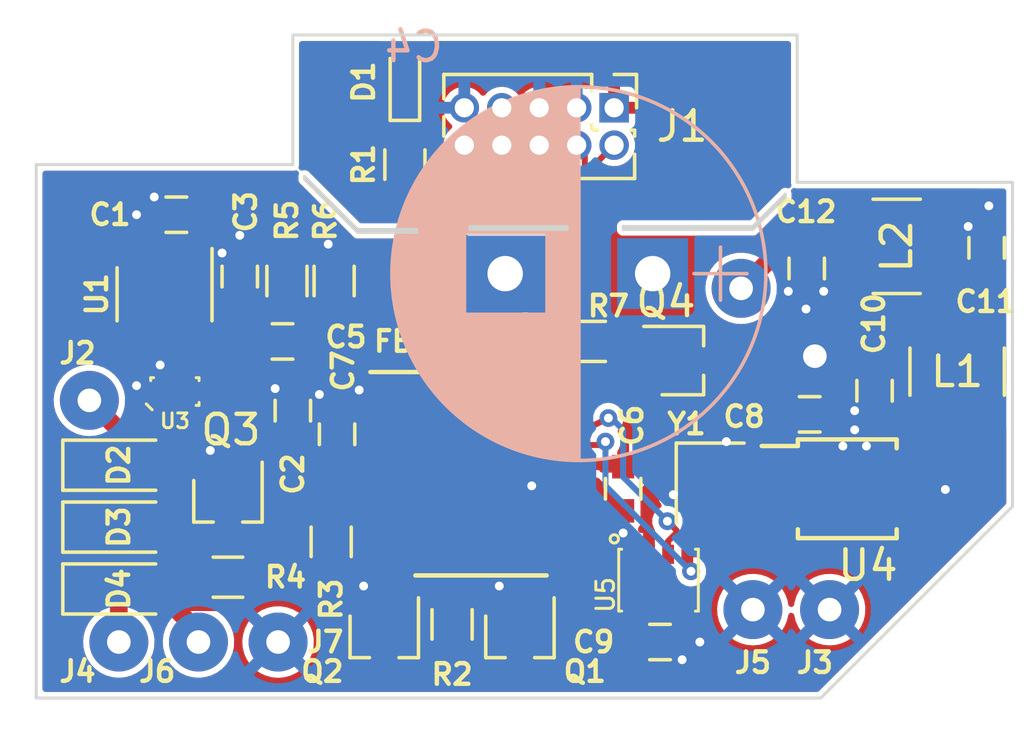
<source format=kicad_pcb>
(kicad_pcb (version 20200628) (host pcbnew "(5.99.0-2195-g476558ece)")
  (layers (0 "F.Cu" signal) (31 "B.Cu" signal) (34 "B.Paste" user) (35 "F.Paste" user) (36 "B.SilkS" user) (37 "F.SilkS" user) (38 "B.Mask" user) (39 "F.Mask" user) (44 "Edge.Cuts" user))
  (net 0 "")
  (net 1 "VDD")
  (net 2 "GND")
  (net 3 "/~RESET")
  (net 4 "Net-(C3-Pad2)")
  (net 5 "Net-(C5-Pad2)")
  (net 6 "Net-(C5-Pad1)")
  (net 7 "Net-(C7-Pad2)")
  (net 8 "Net-(C8-Pad2)")
  (net 9 "Net-(C10-Pad2)")
  (net 10 "Net-(C11-Pad2)")
  (net 11 "Net-(C12-Pad2)")
  (net 12 "Net-(D1-Pad1)")
  (net 13 "Net-(D2-Pad2)")
  (net 14 "Net-(D3-Pad2)")
  (net 15 "Net-(D4-Pad2)")
  (net 16 "/SWDIO")
  (net 17 "/SWDCLK")
  (net 18 "/SWO")
  (net 19 "Net-(J1-Pad7)")
  (net 20 "Net-(J1-Pad8)")
  (net 21 "Net-(Q1-Pad1)")
  (net 22 "Net-(Q1-Pad3)")
  (net 23 "Net-(Q2-Pad1)")
  (net 24 "Net-(Q2-Pad3)")
  (net 25 "Net-(Q3-Pad1)")
  (net 26 "Net-(Q3-Pad3)")
  (net 27 "Net-(Q4-Pad1)")
  (net 28 "Net-(R1-Pad2)")
  (net 29 "Net-(R7-Pad2)")
  (net 30 "Net-(U1-Pad4)")
  (net 31 "Net-(U2-Pad3)")
  (net 32 "Net-(U2-Pad14)")
  (net 33 "Net-(U2-Pad17)")
  (net 34 "Net-(U2-Pad18)")
  (net 35 "Net-(U3-Pad1)")
  (net 36 "Net-(U4-Pad2)")
  (net 37 "Net-(U4-Pad3)")
  (net 38 "Net-(U4-Pad6)")
  (net 39 "Net-(U4-Pad9)")
  (module "Wire_Pads:SolderWirePad_single_0-8mmDrill" (layer "F.Cu") (at 127.3 86.6)
    (fp_text reference "J7" (at 1.6 0) (layer "F.SilkS") (effects (font (size 0.7 0.7))))
    (fp_text value "Wirepad")
    (pad "1" thru_hole circle (at 0 0) (size 1.99898 1.99898) (drill 0.8001) (layers *.Cu *.Mask) (net 2 "GND"))
  )
  (module "Wire_Pads:SolderWirePad_single_0-8mmDrill" (layer "F.Cu") (at 124.6 86.6)
    (fp_text reference "J6" (at -1.4 1) (layer "F.SilkS") (effects (font (size 0.7 0.7))))
    (fp_text value "Wirepad")
    (pad "1" thru_hole circle (at 0 0) (size 1.99898 1.99898) (drill 0.8001) (layers *.Cu *.Mask) (net 15 "Net-(D4-Pad2)"))
  )
  (module "Wire_Pads:SolderWirePad_single_0-8mmDrill" (layer "F.Cu") (at 143.4 85.5)
    (fp_text reference "J5" (at 0 1.8) (layer "F.SilkS") (effects (font (size 0.7 0.7))))
    (fp_text value "Wirepad")
    (pad "1" thru_hole circle (at 0 0) (size 1.99898 1.99898) (drill 0.8001) (layers *.Cu *.Mask) (net 2 "GND"))
  )
  (module "Wire_Pads:SolderWirePad_single_0-8mmDrill" (layer "F.Cu") (at 121.9 86.6)
    (fp_text reference "J4" (at -1.4 1) (layer "F.SilkS") (effects (font (size 0.7 0.7))))
    (fp_text value "Wirepad")
    (pad "1" thru_hole circle (at 0 0) (size 1.99898 1.99898) (drill 0.8001) (layers *.Cu *.Mask) (net 14 "Net-(D3-Pad2)"))
  )
  (module "Wire_Pads:SolderWirePad_single_0-8mmDrill" (layer "F.Cu") (at 146 85.5)
    (fp_text reference "J3" (at -0.5 1.8) (layer "F.SilkS") (effects (font (size 0.7 0.7))))
    (fp_text value "Wirepad")
    (pad "1" thru_hole circle (at 0 0) (size 1.99898 1.99898) (drill 0.8001) (layers *.Cu *.Mask) (net 2 "GND"))
  )
  (module "Wire_Pads:SolderWirePad_single_0-8mmDrill" (layer "F.Cu") (at 120.9 78.4)
    (fp_text reference "J2" (at -0.4 -1.6) (layer "F.SilkS") (effects (font (size 0.7 0.7))))
    (fp_text value "Wirepad")
    (pad "1" thru_hole circle (at 0 0) (size 1.99898 1.99898) (drill 0.8001) (layers *.Cu *.Mask) (net 13 "Net-(D2-Pad2)"))
  )
  (module "Crystals:Crystal_SMD_2016-4pin_2.0x1.6mm" (layer "F.Cu") (at 141.95 81.2 -90)
    (fp_text reference "Y1" (at -2 0.8) (layer "F.SilkS") (effects (font (size 0.7 0.7))))
    (fp_text value "25 MHz")
    (pad "1" smd rect (at -0.7 0.55 270) (size 0.9 0.8) (layers "F.Cu" "F.Paste" "F.Mask") (net 36 "Net-(U4-Pad2)"))
    (pad "2" smd rect (at 0.7 0.55 270) (size 0.9 0.8) (layers "F.Cu" "F.Paste" "F.Mask") (net 2 "GND"))
    (pad "3" smd rect (at 0.7 -0.55 270) (size 0.9 0.8) (layers "F.Cu" "F.Paste" "F.Mask") (net 37 "Net-(U4-Pad3)"))
    (pad "4" smd rect (at -0.7 -0.55 270) (size 0.9 0.8) (layers "F.Cu" "F.Paste" "F.Mask") (net 2 "GND"))
  )
  (module "My footprints:ST_HLGA_8L" (layer "F.Cu") (at 140.2 84.5 180)
    (fp_text reference "U5" (at 1.8 -0.5 90) (layer "F.SilkS") (effects (font (size 0.6 0.6) (thickness 0.1))))
    (fp_text value "LPS225HB" hide)
    (pad "8" smd rect (at 0.975 -0.875 180) (size 0.4 0.65) (layers "F.Cu" "F.Paste" "F.Mask") (net 1 "VDD"))
    (pad "7" smd rect (at 0.325 -0.875 180) (size 0.4 0.65) (layers "F.Cu" "F.Paste" "F.Mask") (net 32 "Net-(U2-Pad14)"))
    (pad "6" smd rect (at -0.325 -0.875 180) (size 0.4 0.65) (layers "F.Cu" "F.Paste" "F.Mask") (net 1 "VDD"))
    (pad "5" smd rect (at -0.975 -0.875 180) (size 0.4 0.65) (layers "F.Cu" "F.Paste" "F.Mask") (net 2 "GND"))
    (pad "4" smd rect (at -0.975 0.875 180) (size 0.4 0.65) (layers "F.Cu" "F.Paste" "F.Mask") (net 33 "Net-(U2-Pad17)"))
    (pad "3" smd rect (at -0.325 0.875 180) (size 0.4 0.65) (layers "F.Cu" "F.Paste" "F.Mask") (net 34 "Net-(U2-Pad18)"))
    (pad "2" smd rect (at 0.325 0.875 180) (size 0.4 0.65) (layers "F.Cu" "F.Paste" "F.Mask") (net 1 "VDD"))
    (pad "1" smd rect (at 0.975 0.875 180) (size 0.4 0.65) (layers "F.Cu" "F.Paste" "F.Mask") (net 2 "GND"))
  )
  (module "Housings_SSOP:MSOP-10_3x3mm_Pitch0.5mm" (layer "F.Cu") (at 146.6 81.4)
    (fp_text reference "U4" (at 0.7 2.6) (layer "F.SilkS"))
    (fp_text value "Si5351A-B-GT")
    (pad "10" smd rect (at 2.2 -1) (size 1.4 0.3) (layers "F.Cu" "F.Paste" "F.Mask") (net 9 "Net-(C10-Pad2)"))
    (pad "9" smd rect (at 2.2 -0.5) (size 1.4 0.3) (layers "F.Cu" "F.Paste" "F.Mask") (net 39 "Net-(U4-Pad9)"))
    (pad "8" smd rect (at 2.2 0) (size 1.4 0.3) (layers "F.Cu" "F.Paste" "F.Mask") (net 2 "GND"))
    (pad "7" smd rect (at 2.2 0.5) (size 1.4 0.3) (layers "F.Cu" "F.Paste" "F.Mask") (net 8 "Net-(C8-Pad2)"))
    (pad "6" smd rect (at 2.2 1) (size 1.4 0.3) (layers "F.Cu" "F.Paste" "F.Mask") (net 38 "Net-(U4-Pad6)"))
    (pad "5" smd rect (at -2.2 1) (size 1.4 0.3) (layers "F.Cu" "F.Paste" "F.Mask") (net 34 "Net-(U2-Pad18)"))
    (pad "4" smd rect (at -2.2 0.5) (size 1.4 0.3) (layers "F.Cu" "F.Paste" "F.Mask") (net 33 "Net-(U2-Pad17)"))
    (pad "3" smd rect (at -2.2 0) (size 1.4 0.3) (layers "F.Cu" "F.Paste" "F.Mask") (net 37 "Net-(U4-Pad3)"))
    (pad "2" smd rect (at -2.2 -0.5) (size 1.4 0.3) (layers "F.Cu" "F.Paste" "F.Mask") (net 36 "Net-(U4-Pad2)"))
    (pad "1" smd rect (at -2.2 -1) (size 1.4 0.3) (layers "F.Cu" "F.Paste" "F.Mask") (net 8 "Net-(C8-Pad2)"))
  )
  (module "My footprints:SiTime_SiT1566" (layer "F.Cu") (at 123.8 78.1)
    (fp_text reference "U3" (at 0 1) (layer "F.SilkS") (effects (font (size 0.5 0.5) (thickness 0.1))))
    (fp_text value "SiT1566" hide)
    (pad "4" smd circle (at -0.5 -0.205) (size 0.25 0.25) (layers "F.Cu" "F.Paste" "F.Mask") (net 2 "GND"))
    (pad "3" smd circle (at 0.5 -0.205) (size 0.25 0.25) (layers "F.Cu" "F.Paste" "F.Mask") (net 4 "Net-(C3-Pad2)"))
    (pad "2" smd circle (at 0.5 0.205) (size 0.25 0.25) (layers "F.Cu" "F.Paste" "F.Mask") (net 6 "Net-(C5-Pad1)"))
    (pad "1" smd circle (at -0.5 0.205) (size 0.25 0.25) (layers "F.Cu" "F.Paste" "F.Mask") (net 35 "Net-(U3-Pad1)"))
  )
  (module "Housings_SSOP:TSSOP-20_4.4x6.5mm_Pitch0.65mm" (layer "F.Cu") (at 134.18 80.89)
    (fp_text reference "U2" (at 1.82 -4.59 90) (layer "F.SilkS"))
    (fp_text value "STM32L031F")
    (pad "1" smd rect (at -2.95 -2.925) (size 1.45 0.45) (layers "F.Cu" "F.Paste" "F.Mask") (net 2 "GND"))
    (pad "2" smd rect (at -2.95 -2.275) (size 1.45 0.45) (layers "F.Cu" "F.Paste" "F.Mask") (net 5 "Net-(C5-Pad2)"))
    (pad "3" smd rect (at -2.95 -1.625) (size 1.45 0.45) (layers "F.Cu" "F.Paste" "F.Mask") (net 31 "Net-(U2-Pad3)"))
    (pad "4" smd rect (at -2.95 -0.975) (size 1.45 0.45) (layers "F.Cu" "F.Paste" "F.Mask") (net 3 "/~RESET"))
    (pad "5" smd rect (at -2.95 -0.325) (size 1.45 0.45) (layers "F.Cu" "F.Paste" "F.Mask") (net 7 "Net-(C7-Pad2)"))
    (pad "6" smd rect (at -2.95 0.325) (size 1.45 0.45) (layers "F.Cu" "F.Paste" "F.Mask") (net 25 "Net-(Q3-Pad1)"))
    (pad "7" smd rect (at -2.95 0.975) (size 1.45 0.45) (layers "F.Cu" "F.Paste" "F.Mask") (net 13 "Net-(D2-Pad2)"))
    (pad "8" smd rect (at -2.95 1.625) (size 1.45 0.45) (layers "F.Cu" "F.Paste" "F.Mask") (net 14 "Net-(D3-Pad2)"))
    (pad "9" smd rect (at -2.95 2.275) (size 1.45 0.45) (layers "F.Cu" "F.Paste" "F.Mask") (net 15 "Net-(D4-Pad2)"))
    (pad "10" smd rect (at -2.95 2.925) (size 1.45 0.45) (layers "F.Cu" "F.Paste" "F.Mask") (net 23 "Net-(Q2-Pad1)"))
    (pad "11" smd rect (at 2.95 2.925) (size 1.45 0.45) (layers "F.Cu" "F.Paste" "F.Mask") (net 21 "Net-(Q1-Pad1)"))
    (pad "12" smd rect (at 2.95 2.275) (size 1.45 0.45) (layers "F.Cu" "F.Paste" "F.Mask") (net 28 "Net-(R1-Pad2)"))
    (pad "13" smd rect (at 2.95 1.625) (size 1.45 0.45) (layers "F.Cu" "F.Paste" "F.Mask") (net 29 "Net-(R7-Pad2)"))
    (pad "14" smd rect (at 2.95 0.975) (size 1.45 0.45) (layers "F.Cu" "F.Paste" "F.Mask") (net 32 "Net-(U2-Pad14)"))
    (pad "15" smd rect (at 2.95 0.325) (size 1.45 0.45) (layers "F.Cu" "F.Paste" "F.Mask") (net 2 "GND"))
    (pad "16" smd rect (at 2.95 -0.325) (size 1.45 0.45) (layers "F.Cu" "F.Paste" "F.Mask") (net 1 "VDD"))
    (pad "17" smd rect (at 2.95 -0.975) (size 1.45 0.45) (layers "F.Cu" "F.Paste" "F.Mask") (net 33 "Net-(U2-Pad17)"))
    (pad "18" smd rect (at 2.95 -1.625) (size 1.45 0.45) (layers "F.Cu" "F.Paste" "F.Mask") (net 34 "Net-(U2-Pad18)"))
    (pad "19" smd rect (at 2.95 -2.275) (size 1.45 0.45) (layers "F.Cu" "F.Paste" "F.Mask") (net 16 "/SWDIO"))
    (pad "20" smd rect (at 2.95 -2.925) (size 1.45 0.45) (layers "F.Cu" "F.Paste" "F.Mask") (net 17 "/SWDCLK"))
  )
  (module "TO_SOT_Packages_SMD:SOT-23-5" (layer "F.Cu") (at 123.45 74.8 -90)
    (fp_text reference "U1" (at 0 2.3 90) (layer "F.SilkS") (effects (font (size 0.7 0.7))))
    (fp_text value "TPS7A03xxPDBV")
    (pad "1" smd rect (at -1.1 -0.95 270) (size 1.06 0.65) (layers "F.Cu" "F.Paste" "F.Mask") (net 1 "VDD"))
    (pad "2" smd rect (at -1.1 0 270) (size 1.06 0.65) (layers "F.Cu" "F.Paste" "F.Mask") (net 2 "GND"))
    (pad "3" smd rect (at -1.1 0.95 270) (size 1.06 0.65) (layers "F.Cu" "F.Paste" "F.Mask") (net 1 "VDD"))
    (pad "4" smd rect (at 1.1 0.95 270) (size 1.06 0.65) (layers "F.Cu" "F.Paste" "F.Mask") (net 30 "Net-(U1-Pad4)"))
    (pad "5" smd rect (at 1.1 -0.95 270) (size 1.06 0.65) (layers "F.Cu" "F.Paste" "F.Mask") (net 4 "Net-(C3-Pad2)"))
  )
  (module "Resistors_SMD:R_0603" (layer "F.Cu") (at 137.9 76.4 180)
    (fp_text reference "R7" (at -0.6 1.2) (layer "F.SilkS") (effects (font (size 0.7 0.7))))
    (fp_text value "TBD")
    (pad "1" smd rect (at -0.75 0 180) (size 0.5 0.9) (layers "F.Cu" "F.Paste" "F.Mask") (net 27 "Net-(Q4-Pad1)"))
    (pad "2" smd rect (at 0.75 0 180) (size 0.5 0.9) (layers "F.Cu" "F.Paste" "F.Mask") (net 29 "Net-(R7-Pad2)"))
  )
  (module "Resistors_SMD:R_0603" (layer "F.Cu") (at 129.2 74.35 -90)
    (fp_text reference "R6" (at -2.05 0.3 90) (layer "F.SilkS") (effects (font (size 0.7 0.7))))
    (fp_text value "12M")
    (pad "1" smd rect (at -0.75 0 270) (size 0.5 0.9) (layers "F.Cu" "F.Paste" "F.Mask") (net 2 "GND"))
    (pad "2" smd rect (at 0.75 0 270) (size 0.5 0.9) (layers "F.Cu" "F.Paste" "F.Mask") (net 5 "Net-(C5-Pad2)"))
  )
  (module "Resistors_SMD:R_0603" (layer "F.Cu") (at 127.6 74.35 90)
    (fp_text reference "R5" (at 2.05 0 90) (layer "F.SilkS") (effects (font (size 0.7 0.7))))
    (fp_text value "12M")
    (pad "1" smd rect (at -0.75 0 90) (size 0.5 0.9) (layers "F.Cu" "F.Paste" "F.Mask") (net 5 "Net-(C5-Pad2)"))
    (pad "2" smd rect (at 0.75 0 90) (size 0.5 0.9) (layers "F.Cu" "F.Paste" "F.Mask") (net 1 "VDD"))
  )
  (module "Resistors_SMD:R_0603" (layer "F.Cu") (at 125.6 84.4)
    (fp_text reference "R4" (at 1.95 0) (layer "F.SilkS") (effects (font (size 0.7 0.7))))
    (fp_text value "33")
    (pad "1" smd rect (at -0.75 0) (size 0.5 0.9) (layers "F.Cu" "F.Paste" "F.Mask") (net 26 "Net-(Q3-Pad3)"))
    (pad "2" smd rect (at 0.75 0) (size 0.5 0.9) (layers "F.Cu" "F.Paste" "F.Mask") (net 15 "Net-(D4-Pad2)"))
  )
  (module "Resistors_SMD:R_0603" (layer "F.Cu") (at 129.1 83.2 90)
    (fp_text reference "R3" (at -1.95 0 90) (layer "F.SilkS") (effects (font (size 0.7 0.7))))
    (fp_text value "33")
    (pad "1" smd rect (at -0.75 0 90) (size 0.5 0.9) (layers "F.Cu" "F.Paste" "F.Mask") (net 24 "Net-(Q2-Pad3)"))
    (pad "2" smd rect (at 0.75 0 90) (size 0.5 0.9) (layers "F.Cu" "F.Paste" "F.Mask") (net 14 "Net-(D3-Pad2)"))
  )
  (module "Resistors_SMD:R_0603" (layer "F.Cu") (at 133.2 86 90)
    (fp_text reference "R2" (at -1.7 0 180) (layer "F.SilkS") (effects (font (size 0.7 0.7))))
    (fp_text value "33")
    (pad "1" smd rect (at -0.75 0 90) (size 0.5 0.9) (layers "F.Cu" "F.Paste" "F.Mask") (net 22 "Net-(Q1-Pad3)"))
    (pad "2" smd rect (at 0.75 0 90) (size 0.5 0.9) (layers "F.Cu" "F.Paste" "F.Mask") (net 13 "Net-(D2-Pad2)"))
  )
  (module "Resistors_SMD:R_0603" (layer "F.Cu") (at 131.6 70.4 -90)
    (fp_text reference "R1" (at 0 1.4 90) (layer "F.SilkS") (effects (font (size 0.7 0.7))))
    (fp_text value "180")
    (pad "1" smd rect (at -0.75 0 270) (size 0.5 0.9) (layers "F.Cu" "F.Paste" "F.Mask") (net 12 "Net-(D1-Pad1)"))
    (pad "2" smd rect (at 0.75 0 270) (size 0.5 0.9) (layers "F.Cu" "F.Paste" "F.Mask") (net 28 "Net-(R1-Pad2)"))
  )
  (module "TO_SOT_Packages_SMD:SOT-323_SC-70" (layer "F.Cu") (at 141 77.05)
    (fp_text reference "Q4" (at -0.55 -2) (layer "F.SilkS"))
    (fp_text value "SSM3J132TU")
    (pad "1" smd rect (at -1 -0.65 270) (size 0.45 0.7) (layers "F.Cu" "F.Paste" "F.Mask") (net 27 "Net-(Q4-Pad1)"))
    (pad "2" smd rect (at -1 0.65 270) (size 0.45 0.7) (layers "F.Cu" "F.Paste" "F.Mask") (net 1 "VDD"))
    (pad "3" smd rect (at 1 0 270) (size 0.45 0.7) (layers "F.Cu" "F.Paste" "F.Mask") (net 8 "Net-(C8-Pad2)"))
  )
  (module "TO_SOT_Packages_SMD:SOT-323_SC-70" (layer "F.Cu") (at 125.6 81.8 -90)
    (fp_text reference "Q3" (at -2.4 -0.1) (layer "F.SilkS"))
    (fp_text value "BSS816")
    (pad "1" smd rect (at -1 -0.65 180) (size 0.45 0.7) (layers "F.Cu" "F.Paste" "F.Mask") (net 25 "Net-(Q3-Pad1)"))
    (pad "2" smd rect (at -1 0.65 180) (size 0.45 0.7) (layers "F.Cu" "F.Paste" "F.Mask") (net 2 "GND"))
    (pad "3" smd rect (at 1 0 180) (size 0.45 0.7) (layers "F.Cu" "F.Paste" "F.Mask") (net 26 "Net-(Q3-Pad3)"))
  )
  (module "TO_SOT_Packages_SMD:SOT-323_SC-70" (layer "F.Cu") (at 130.9 86.4 -90)
    (fp_text reference "Q2" (at 1.2 2.1 180) (layer "F.SilkS") (effects (font (size 0.7 0.7))))
    (fp_text value "BSS816")
    (pad "1" smd rect (at -1 -0.65 180) (size 0.45 0.7) (layers "F.Cu" "F.Paste" "F.Mask") (net 23 "Net-(Q2-Pad1)"))
    (pad "2" smd rect (at -1 0.65 180) (size 0.45 0.7) (layers "F.Cu" "F.Paste" "F.Mask") (net 2 "GND"))
    (pad "3" smd rect (at 1 0 180) (size 0.45 0.7) (layers "F.Cu" "F.Paste" "F.Mask") (net 24 "Net-(Q2-Pad3)"))
  )
  (module "TO_SOT_Packages_SMD:SOT-323_SC-70" (layer "F.Cu") (at 135.5 86.4 -90)
    (fp_text reference "Q1" (at 1.2 -2.2 180) (layer "F.SilkS") (effects (font (size 0.7 0.7))))
    (fp_text value "BSS816")
    (pad "1" smd rect (at -1 -0.65 180) (size 0.45 0.7) (layers "F.Cu" "F.Paste" "F.Mask") (net 21 "Net-(Q1-Pad1)"))
    (pad "2" smd rect (at -1 0.65 180) (size 0.45 0.7) (layers "F.Cu" "F.Paste" "F.Mask") (net 2 "GND"))
    (pad "3" smd rect (at 1 0 180) (size 0.45 0.7) (layers "F.Cu" "F.Paste" "F.Mask") (net 22 "Net-(Q1-Pad3)"))
  )
  (module "Inductors_SMD:L_Abracon_ASPI-3012S" (layer "F.Cu") (at 148.275 73.175 180)
    (fp_text reference "L2" (at 0 0 270) (layer "F.SilkS"))
    (fp_text value "560 nH 1%")
    (pad "1" smd rect (at -1.15 0 180) (size 1 2.75) (layers "F.Cu" "F.Paste" "F.Mask") (net 10 "Net-(C11-Pad2)"))
    (pad "2" smd rect (at 1.15 0 180) (size 1 2.75) (layers "F.Cu" "F.Paste" "F.Mask") (net 11 "Net-(C12-Pad2)"))
  )
  (module "Inductors_SMD:L_Abracon_ASPI-3012S" (layer "F.Cu") (at 150.325 77.425 90)
    (fp_text reference "L1" (at 0 0 180) (layer "F.SilkS"))
    (fp_text value "560 nH 1%")
    (pad "1" smd rect (at -1.15 0 90) (size 1 2.75) (layers "F.Cu" "F.Paste" "F.Mask") (net 9 "Net-(C10-Pad2)"))
    (pad "2" smd rect (at 1.15 0 90) (size 1 2.75) (layers "F.Cu" "F.Paste" "F.Mask") (net 10 "Net-(C11-Pad2)"))
  )
  (module "Pin_Headers:Pin_Header_Straight_2x05_Pitch1.27mm" (layer "F.Cu") (at 138.694134 68.471908 -90)
    (fp_text reference "J1" (at 0.628092 -2.305866 180) (layer "F.SilkS"))
    (fp_text value "SWD debug")
    (pad "1" thru_hole rect (at 0 0 270) (size 1 1) (drill 0.65) (layers *.Cu *.Mask) (net 1 "VDD"))
    (pad "2" thru_hole oval (at 1.27 0 270) (size 1 1) (drill 0.65) (layers *.Cu *.Mask) (net 16 "/SWDIO"))
    (pad "3" thru_hole oval (at 0 1.27 270) (size 1 1) (drill 0.65) (layers *.Cu *.Mask) (net 2 "GND"))
    (pad "4" thru_hole oval (at 1.27 1.27 270) (size 1 1) (drill 0.65) (layers *.Cu *.Mask) (net 17 "/SWDCLK"))
    (pad "5" thru_hole oval (at 0 2.54 270) (size 1 1) (drill 0.65) (layers *.Cu *.Mask) (net 2 "GND"))
    (pad "6" thru_hole oval (at 1.27 2.54 270) (size 1 1) (drill 0.65) (layers *.Cu *.Mask) (net 18 "/SWO"))
    (pad "7" thru_hole oval (at 0 3.81 270) (size 1 1) (drill 0.65) (layers *.Cu *.Mask) (net 19 "Net-(J1-Pad7)"))
    (pad "8" thru_hole oval (at 1.27 3.81 270) (size 1 1) (drill 0.65) (layers *.Cu *.Mask) (net 20 "Net-(J1-Pad8)"))
    (pad "9" thru_hole oval (at 0 5.08 270) (size 1 1) (drill 0.65) (layers *.Cu *.Mask) (net 2 "GND"))
    (pad "10" thru_hole oval (at 1.27 5.08 270) (size 1 1) (drill 0.65) (layers *.Cu *.Mask) (net 3 "/~RESET"))
  )
  (module "Wire_Pads:SolderWirePad_single_0-8mmDrill" (layer "F.Cu") (at 145.5 76.9)
    (fp_text reference "H2" hide)
    (fp_text value "72-ohm vertical dipole" hide)
    (pad "1" thru_hole circle (at 0 0) (size 1.99898 1.99898) (drill 0.8001) (layers *.Cu *.Mask) (net 2 "GND"))
  )
  (module "Wire_Pads:SolderWirePad_single_0-8mmDrill" (layer "F.Cu") (at 143 74.6)
    (fp_text reference "H1" hide)
    (fp_text value "72-ohm vertical dipole" hide)
    (pad "1" thru_hole circle (at 0 0) (size 1.99898 1.99898) (drill 0.8001) (layers *.Cu *.Mask) (net 11 "Net-(C12-Pad2)"))
  )
  (module "Resistors_SMD:R_0603" (layer "F.Cu") (at 133.95 76.4)
    (fp_text reference "FB1" (at -2.4 0) (layer "F.SilkS") (effects (font (size 0.7 0.7))))
    (fp_text value "Ferrite_Bead_Small")
    (pad "1" smd rect (at -0.75 0) (size 0.5 0.9) (layers "F.Cu" "F.Paste" "F.Mask") (net 7 "Net-(C7-Pad2)"))
    (pad "2" smd rect (at 0.75 0) (size 0.5 0.9) (layers "F.Cu" "F.Paste" "F.Mask") (net 1 "VDD"))
  )
  (module "Diodes_SMD:D_SOD-323_HandSoldering" (layer "F.Cu") (at 121.9 84.8)
    (fp_text reference "D4" (at 0 0 90) (layer "F.SilkS") (effects (font (size 0.7 0.7))))
    (fp_text value "CUS10S30")
    (pad "1" smd rect (at -1.25 0) (size 1 1) (layers "F.Cu" "F.Paste" "F.Mask") (net 1 "VDD"))
    (pad "2" smd rect (at 1.25 0) (size 1 1) (layers "F.Cu" "F.Paste" "F.Mask") (net 15 "Net-(D4-Pad2)"))
  )
  (module "Diodes_SMD:D_SOD-323_HandSoldering" (layer "F.Cu") (at 121.9 82.7)
    (fp_text reference "D3" (at 0 0 90) (layer "F.SilkS") (effects (font (size 0.7 0.7))))
    (fp_text value "CUS10S30")
    (pad "1" smd rect (at -1.25 0) (size 1 1) (layers "F.Cu" "F.Paste" "F.Mask") (net 1 "VDD"))
    (pad "2" smd rect (at 1.25 0) (size 1 1) (layers "F.Cu" "F.Paste" "F.Mask") (net 14 "Net-(D3-Pad2)"))
  )
  (module "Diodes_SMD:D_SOD-323_HandSoldering" (layer "F.Cu") (at 121.9 80.6)
    (fp_text reference "D2" (at 0 0 90) (layer "F.SilkS") (effects (font (size 0.7 0.7))))
    (fp_text value "CUS10S30")
    (pad "1" smd rect (at -1.25 0) (size 1 1) (layers "F.Cu" "F.Paste" "F.Mask") (net 1 "VDD"))
    (pad "2" smd rect (at 1.25 0) (size 1 1) (layers "F.Cu" "F.Paste" "F.Mask") (net 13 "Net-(D2-Pad2)"))
  )
  (module "LEDs:LED_0603" (layer "F.Cu") (at 131.6 67.6 90)
    (fp_text reference "D1" (at 0 -1.4 270) (layer "F.SilkS") (effects (font (size 0.7 0.7))))
    (fp_text value "LED")
    (pad "2" smd rect (at 0.8 0 270) (size 0.8 0.8) (layers "F.Cu" "F.Paste" "F.Mask") (net 1 "VDD"))
    (pad "1" smd rect (at -0.8 0 270) (size 0.8 0.8) (layers "F.Cu" "F.Paste" "F.Mask") (net 12 "Net-(D1-Pad1)"))
  )
  (module "Capacitors_SMD:C_0603" (layer "F.Cu") (at 145.225 73.925 90)
    (fp_text reference "C12" (at 1.925 -0.025) (layer "F.SilkS") (effects (font (size 0.7 0.7))))
    (fp_text value "270 1%")
    (pad "2" smd rect (at 0.75 0 90) (size 0.8 0.75) (layers "F.Cu" "F.Paste" "F.Mask") (net 11 "Net-(C12-Pad2)"))
    (pad "1" smd rect (at -0.75 0 90) (size 0.8 0.75) (layers "F.Cu" "F.Paste" "F.Mask") (net 2 "GND"))
  )
  (module "Capacitors_SMD:C_0603" (layer "F.Cu") (at 151.325 73.225 -90)
    (fp_text reference "C11" (at 1.825 0.025 180) (layer "F.SilkS") (effects (font (size 0.7 0.7))))
    (fp_text value "360 1%")
    (pad "2" smd rect (at 0.75 0 270) (size 0.8 0.75) (layers "F.Cu" "F.Paste" "F.Mask") (net 10 "Net-(C11-Pad2)"))
    (pad "1" smd rect (at -0.75 0 270) (size 0.8 0.75) (layers "F.Cu" "F.Paste" "F.Mask") (net 2 "GND"))
  )
  (module "Capacitors_SMD:C_0603" (layer "F.Cu") (at 147.525 78.075 90)
    (fp_text reference "C10" (at 2.275 -0.025 270) (layer "F.SilkS") (effects (font (size 0.7 0.7))))
    (fp_text value "220 1%")
    (pad "2" smd rect (at 0.75 0 90) (size 0.8 0.75) (layers "F.Cu" "F.Paste" "F.Mask") (net 9 "Net-(C10-Pad2)"))
    (pad "1" smd rect (at -0.75 0 90) (size 0.8 0.75) (layers "F.Cu" "F.Paste" "F.Mask") (net 2 "GND"))
  )
  (module "Capacitors_SMD:C_0603" (layer "F.Cu") (at 140.25 86.6 180)
    (fp_text reference "C9" (at 2.25 0) (layer "F.SilkS") (effects (font (size 0.7 0.7))))
    (fp_text value "0.1u")
    (pad "2" smd rect (at 0.75 0 180) (size 0.8 0.75) (layers "F.Cu" "F.Paste" "F.Mask") (net 1 "VDD"))
    (pad "1" smd rect (at -0.75 0 180) (size 0.8 0.75) (layers "F.Cu" "F.Paste" "F.Mask") (net 2 "GND"))
  )
  (module "Capacitors_SMD:C_0603" (layer "F.Cu") (at 145.325 78.875 180)
    (fp_text reference "C8" (at 2.225 -0.075) (layer "F.SilkS") (effects (font (size 0.7 0.7))))
    (fp_text value "0.1u")
    (pad "2" smd rect (at 0.75 0 180) (size 0.8 0.75) (layers "F.Cu" "F.Paste" "F.Mask") (net 8 "Net-(C8-Pad2)"))
    (pad "1" smd rect (at -0.75 0 180) (size 0.8 0.75) (layers "F.Cu" "F.Paste" "F.Mask") (net 2 "GND"))
  )
  (module "Capacitors_SMD:C_0603" (layer "F.Cu") (at 129.3 79.55 -90)
    (fp_text reference "C7" (at -2.15 -0.2 90) (layer "F.SilkS") (effects (font (size 0.7 0.7))))
    (fp_text value "0.1u")
    (pad "2" smd rect (at 0.75 0 270) (size 0.8 0.75) (layers "F.Cu" "F.Paste" "F.Mask") (net 7 "Net-(C7-Pad2)"))
    (pad "1" smd rect (at -0.75 0 270) (size 0.8 0.75) (layers "F.Cu" "F.Paste" "F.Mask") (net 2 "GND"))
  )
  (module "Capacitors_SMD:C_0603" (layer "F.Cu") (at 139 81.4 90)
    (fp_text reference "C6" (at 2.15 0.3 90) (layer "F.SilkS") (effects (font (size 0.7 0.7))))
    (fp_text value "0.1u")
    (pad "2" smd rect (at 0.75 0 90) (size 0.8 0.75) (layers "F.Cu" "F.Paste" "F.Mask") (net 1 "VDD"))
    (pad "1" smd rect (at -0.75 0 90) (size 0.8 0.75) (layers "F.Cu" "F.Paste" "F.Mask") (net 2 "GND"))
  )
  (module "Capacitors_SMD:C_0603" (layer "F.Cu") (at 127.45 76.4)
    (fp_text reference "C5" (at 2.15 -0.15) (layer "F.SilkS") (effects (font (size 0.7 0.7))))
    (fp_text value "0.1u")
    (pad "2" smd rect (at 0.75 0) (size 0.8 0.75) (layers "F.Cu" "F.Paste" "F.Mask") (net 5 "Net-(C5-Pad2)"))
    (pad "1" smd rect (at -0.75 0) (size 0.8 0.75) (layers "F.Cu" "F.Paste" "F.Mask") (net 6 "Net-(C5-Pad1)"))
  )
  (module "Capacitors_THT:CP_Radial_D12.5mm_P5.00mm" (layer "B.Cu") (at 140 74.1 180)
    (fp_text reference "C4" (at 8.1 7.7) (layer "B.SilkS") (effects (justify mirror)))
    (fp_text value "18F 2.7V")
    (pad "1" thru_hole rect (at 0 0 180) (size 2.4 2.4) (drill 1.2) (layers *.Cu *.Mask) (net 1 "VDD"))
    (pad "2" thru_hole circle (at 5 0 180) (size 2.4 2.4) (drill 1.2) (layers *.Cu *.Mask) (net 2 "GND"))
  )
  (module "Capacitors_SMD:C_0603" (layer "F.Cu") (at 126 74.2 -90)
    (fp_text reference "C3" (at -2.2 -0.2 90) (layer "F.SilkS") (effects (font (size 0.7 0.7))))
    (fp_text value "1u")
    (pad "2" smd rect (at 0.75 0 270) (size 0.8 0.75) (layers "F.Cu" "F.Paste" "F.Mask") (net 4 "Net-(C3-Pad2)"))
    (pad "1" smd rect (at -0.75 0 270) (size 0.8 0.75) (layers "F.Cu" "F.Paste" "F.Mask") (net 2 "GND"))
  )
  (module "Capacitors_SMD:C_0603" (layer "F.Cu") (at 127.8 78.75 -90)
    (fp_text reference "C2" (at 2.15 0 90) (layer "F.SilkS") (effects (font (size 0.7 0.7))))
    (fp_text value "0.1u")
    (pad "2" smd rect (at 0.75 0 270) (size 0.8 0.75) (layers "F.Cu" "F.Paste" "F.Mask") (net 3 "/~RESET"))
    (pad "1" smd rect (at -0.75 0 270) (size 0.8 0.75) (layers "F.Cu" "F.Paste" "F.Mask") (net 2 "GND"))
  )
  (module "Capacitors_SMD:C_0603" (layer "F.Cu") (at 123.85 72.1)
    (fp_text reference "C1" (at -2.25 0 180) (layer "F.SilkS") (effects (font (size 0.7 0.7))))
    (fp_text value "1u")
    (pad "2" smd rect (at 0.75 0) (size 0.8 0.75) (layers "F.Cu" "F.Paste" "F.Mask") (net 1 "VDD"))
    (pad "1" smd rect (at -0.75 0) (size 0.8 0.75) (layers "F.Cu" "F.Paste" "F.Mask") (net 2 "GND"))
  )
  (gr_line (start 144.5 71.5) (end 144.5 71.4) (layer "Edge.Cuts") (width 0.1))
  (gr_line (start 143.4 72.6) (end 144.5 71.5) (layer "Edge.Cuts") (width 0.1))
  (gr_line (start 139 72.6) (end 143.4 72.6) (layer "Edge.Cuts") (width 0.1))
  (gr_line (start 139 72.5) (end 139 72.6) (layer "Edge.Cuts") (width 0.1))
  (gr_line (start 143.4 72.5) (end 139 72.5) (layer "Edge.Cuts") (width 0.1))
  (gr_line (start 144.5 71.4) (end 143.4 72.5) (layer "Edge.Cuts") (width 0.1))
  (gr_line (start 137.1 72.6) (end 133.8 72.6) (layer "Edge.Cuts") (width 0.1))
  (gr_line (start 137.1 72.5) (end 137.1 72.6) (layer "Edge.Cuts") (width 0.1))
  (gr_line (start 133.8 72.5) (end 137.1 72.5) (layer "Edge.Cuts") (width 0.1))
  (gr_line (start 133.8 72.6) (end 133.8 72.5) (layer "Edge.Cuts") (width 0.1))
  (gr_line (start 128.2 70.8) (end 128.2 70.9) (layer "Edge.Cuts") (width 0.1))
  (gr_line (start 130 72.6) (end 128.2 70.8) (layer "Edge.Cuts") (width 0.1))
  (gr_line (start 132 72.6) (end 130 72.6) (layer "Edge.Cuts") (width 0.1))
  (gr_line (start 132 72.7) (end 132 72.6) (layer "Edge.Cuts") (width 0.1))
  (gr_line (start 130 72.7) (end 132 72.7) (layer "Edge.Cuts") (width 0.1))
  (gr_line (start 128.2 70.9) (end 130 72.7) (layer "Edge.Cuts") (width 0.1))
  (gr_line (start 144.9 66) (end 144.9 71) (layer "Edge.Cuts") (width 0.1))
  (gr_line (start 127.8 66) (end 144.9 66) (layer "Edge.Cuts") (width 0.1))
  (gr_line (start 127.8 70.4) (end 127.8 66) (layer "Edge.Cuts") (width 0.1))
  (gr_line (start 119.1 70.4) (end 127.8 70.4) (layer "Edge.Cuts") (width 0.1))
  (gr_line (start 119.1 88.5) (end 119.1 70.4) (layer "Edge.Cuts") (width 0.1))
  (gr_line (start 145.7 88.5) (end 119.1 88.5) (layer "Edge.Cuts") (width 0.1))
  (gr_line (start 152.2 82) (end 145.7 88.5) (layer "Edge.Cuts") (width 0.1))
  (gr_line (start 152.2 71) (end 152.2 82) (layer "Edge.Cuts") (width 0.1))
  (gr_line (start 144.9 71) (end 152.2 71) (layer "Edge.Cuts") (width 0.1))
  (via (at 129 73.1) (size 0.6) (drill 0.3) (layers "F.Cu" "B.Cu") (net 2))
  (segment (start 129.2 73.6) (end 129 73.1) (width 0.3) (layer "F.Cu") (net 2))
  (segment (start 148.8 81.4) (end 149.9 81.4) (width 0.3) (layer "F.Cu") (net 2))
  (via (at 149.925 81.425) (size 0.6) (drill 0.3) (layers "F.Cu" "B.Cu") (net 2))
  (segment (start 149.9 81.4) (end 149.925 81.425) (width 0.3) (layer "F.Cu") (net 2))
  (segment (start 148.8 81.4) (end 147.9 81.4) (width 0.3) (layer "F.Cu") (net 2))
  (segment (start 147.9 81.4) (end 146.45 79.95) (width 0.3) (layer "F.Cu") (net 2))
  (segment (start 147.25 79.95) (end 147.25 79.15) (width 0.6) (layer "F.Cu") (net 2))
  (segment (start 147.25 79.15) (end 146.925 78.825) (width 0.6) (layer "F.Cu") (net 2))
  (segment (start 146.45 79.95) (end 146.45 79.15) (width 0.6) (layer "F.Cu") (net 2))
  (segment (start 146.45 79.15) (end 146.725 78.875) (width 0.6) (layer "F.Cu") (net 2))
  (segment (start 147.525 78.825) (end 146.925 78.825) (width 0.6) (layer "F.Cu") (net 2))
  (segment (start 146.925 78.825) (end 146.85 78.75) (width 0.6) (layer "F.Cu") (net 2))
  (segment (start 146.075 78.875) (end 146.725 78.875) (width 0.6) (layer "F.Cu") (net 2))
  (segment (start 146.725 78.875) (end 146.85 78.75) (width 0.6) (layer "F.Cu") (net 2))
  (segment (start 147.25 79.95) (end 146.45 79.95) (width 0.6) (layer "F.Cu") (net 2))
  (segment (start 146.85 79.4) (end 146.85 79.55) (width 0.6) (layer "F.Cu") (net 2))
  (segment (start 146.85 79.55) (end 147.25 79.95) (width 0.6) (layer "F.Cu") (net 2))
  (segment (start 146.85 79.55) (end 146.45 79.95) (width 0.6) (layer "F.Cu") (net 2))
  (segment (start 146.85 78.75) (end 146.85 79.4) (width 0.6) (layer "F.Cu") (net 2))
  (segment (start 132.5 71.9) (end 132.8 72.2) (width 0.2032) (layer "F.Cu") (net 3))
  (segment (start 130.7 70.8) (end 130.7 71.6) (width 0.2032) (layer "F.Cu") (net 3))
  (segment (start 131 70.5) (end 130.7 70.8) (width 0.2032) (layer "F.Cu") (net 3))
  (segment (start 133.614134 69.741908) (end 132.856042 70.5) (width 0.2032) (layer "F.Cu") (net 3))
  (segment (start 130.7 71.6) (end 130.9 71.8) (width 0.2032) (layer "F.Cu") (net 3))
  (segment (start 132.856042 70.5) (end 131 70.5) (width 0.2032) (layer "F.Cu") (net 3))
  (segment (start 130.9 71.8) (end 132.4 71.8) (width 0.2032) (layer "F.Cu") (net 3))
  (segment (start 132.4 71.8) (end 132.5 71.9) (width 0.2032) (layer "F.Cu") (net 3))
  (segment (start 131.23 79.915) (end 132.1582 79.915) (width 0.2032) (layer "F.Cu") (net 3))
  (segment (start 132.1582 79.915) (end 132.695999 79.377201) (width 0.2032) (layer "F.Cu") (net 3))
  (segment (start 132.695999 79.377201) (end 132.695999 77.095999) (width 0.2032) (layer "F.Cu") (net 3))
  (segment (start 132.695999 73.604001) (end 132.6 73.7) (width 0.2032) (layer "F.Cu") (net 3))
  (segment (start 132.695999 77.095999) (end 132.6 77) (width 0.2032) (layer "F.Cu") (net 3))
  (segment (start 132.8 73.2) (end 132.8 73.491998) (width 0.2032) (layer "F.Cu") (net 3))
  (segment (start 132.6 73.7) (end 132.6 77) (width 0.2032) (layer "F.Cu") (net 3))
  (segment (start 132.8 73.491998) (end 132.695999 73.595999) (width 0.2032) (layer "F.Cu") (net 3))
  (segment (start 132.8 72.2) (end 132.8 73.2) (width 0.2032) (layer "F.Cu") (net 3))
  (segment (start 132.695999 73.595999) (end 132.695999 73.604001) (width 0.2032) (layer "F.Cu") (net 3))
  (segment (start 133.2 75.1) (end 133.2 72) (width 0.2032) (layer "F.Cu") (net 28))
  (segment (start 136.265 83.165) (end 133.704001 80.604001) (width 0.2032) (layer "F.Cu") (net 28))
  (segment (start 133.704001 75.604001) (end 133.2 75.1) (width 0.2032) (layer "F.Cu") (net 28))
  (segment (start 137.13 83.165) (end 136.265 83.165) (width 0.2032) (layer "F.Cu") (net 28))
  (segment (start 133.704001 80.604001) (end 133.704001 75.604001) (width 0.2032) (layer "F.Cu") (net 28))
  (segment (start 133.2 72) (end 132.35 71.15) (width 0.2032) (layer "F.Cu") (net 28))
  (segment (start 132.35 71.15) (end 131.6 71.15) (width 0.2032) (layer "F.Cu") (net 28))
  (segment (start 145.5 76.9) (end 145.5 74.95) (width 0.6) (layer "F.Cu") (net 2))
  (segment (start 145.5 74.95) (end 145.225 74.675) (width 0.6) (layer "F.Cu") (net 2))
  (segment (start 145.225 73.175) (end 144.425 73.175) (width 0.6) (layer "F.Cu") (net 11))
  (segment (start 144.425 73.175) (end 143 74.6) (width 0.6) (layer "F.Cu") (net 11))
  (segment (start 123.15 80.6) (end 123.1 80.6) (width 0.6) (layer "F.Cu") (net 13))
  (segment (start 123.1 80.6) (end 120.9 78.4) (width 0.6) (layer "F.Cu") (net 13))
  (segment (start 121.9 86.6) (end 121.9 83.95) (width 0.6) (layer "F.Cu") (net 14))
  (segment (start 121.9 83.95) (end 123.15 82.7) (width 0.6) (layer "F.Cu") (net 14))
  (segment (start 124.6 86.6) (end 124.6 86.25) (width 0.6) (layer "F.Cu") (net 15))
  (segment (start 124.6 86.25) (end 123.15 84.8) (width 0.6) (layer "F.Cu") (net 15))
  (segment (start 151.325 72.475) (end 150.725 72.475) (width 0.6) (layer "F.Cu") (net 2))
  (segment (start 150.725 72.475) (end 150.7 72.5) (width 0.6) (layer "F.Cu") (net 2))
  (via (at 150.7 72.5) (size 0.6) (drill 0.3) (layers "F.Cu" "B.Cu") (net 2))
  (segment (start 151.325 72.475) (end 151.325 71.875) (width 0.6) (layer "F.Cu") (net 2))
  (via (at 151.4 71.8) (size 0.6) (drill 0.3) (layers "F.Cu" "B.Cu") (net 2))
  (segment (start 151.325 71.875) (end 151.4 71.8) (width 0.6) (layer "F.Cu") (net 2))
  (segment (start 145.225 74.675) (end 145.225 75.275) (width 0.6) (layer "F.Cu") (net 2))
  (segment (start 145.225 75.275) (end 145.2 75.3) (width 0.6) (layer "F.Cu") (net 2))
  (via (at 145.2 75.3) (size 0.6) (drill 0.3) (layers "F.Cu" "B.Cu") (net 2))
  (segment (start 145.225 74.675) (end 145.775 74.675) (width 0.6) (layer "F.Cu") (net 2))
  (via (at 145.8 74.7) (size 0.6) (drill 0.3) (layers "F.Cu" "B.Cu") (net 2))
  (segment (start 145.775 74.675) (end 145.8 74.7) (width 0.6) (layer "F.Cu") (net 2))
  (segment (start 145.225 74.675) (end 144.625 74.675) (width 0.6) (layer "F.Cu") (net 2))
  (via (at 144.6 74.7) (size 0.6) (drill 0.3) (layers "F.Cu" "B.Cu") (net 2))
  (segment (start 144.625 74.675) (end 144.6 74.7) (width 0.6) (layer "F.Cu") (net 2))
  (via (at 147.25 79.95) (size 0.6) (drill 0.3) (layers "F.Cu" "B.Cu") (net 2))
  (via (at 146.45 79.95) (size 0.6) (drill 0.3) (layers "F.Cu" "B.Cu") (net 2))
  (via (at 146.85 79.4) (size 0.6) (drill 0.3) (layers "F.Cu" "B.Cu") (net 2))
  (via (at 146.85 78.75) (size 0.6) (drill 0.3) (layers "F.Cu" "B.Cu") (net 2))
  (segment (start 126 73.45) (end 125.45 73.45) (width 0.3) (layer "F.Cu") (net 2))
  (segment (start 125.45 73.45) (end 125.4 73.4) (width 0.3) (layer "F.Cu") (net 2))
  (via (at 125.4 73.4) (size 0.6) (drill 0.3) (layers "F.Cu" "B.Cu") (net 2))
  (via (at 126 72.8) (size 0.6) (drill 0.3) (layers "F.Cu" "B.Cu") (net 2))
  (segment (start 126 73.45) (end 126 72.8) (width 0.3) (layer "F.Cu") (net 2))
  (via (at 122.5 72.1) (size 0.6) (drill 0.3) (layers "F.Cu" "B.Cu") (net 2))
  (segment (start 123.1 72.1) (end 122.5 72.1) (width 0.3) (layer "F.Cu") (net 2))
  (via (at 123.1 71.5) (size 0.6) (drill 0.3) (layers "F.Cu" "B.Cu") (net 2))
  (segment (start 123.1 72.1) (end 123.1 71.5) (width 0.3) (layer "F.Cu") (net 2))
  (segment (start 123.3 77.895) (end 123.3 77.2) (width 0.1524) (layer "F.Cu") (net 2))
  (segment (start 123.3 77.895) (end 122.505 77.895) (width 0.1524) (layer "F.Cu") (net 2))
  (segment (start 122.505 77.895) (end 122.5 77.9) (width 0.1524) (layer "F.Cu") (net 2))
  (via (at 127.2 78) (size 0.6) (drill 0.3) (layers "F.Cu" "B.Cu") (net 2))
  (segment (start 127.8 78) (end 127.2 78) (width 0.3) (layer "F.Cu") (net 2))
  (via (at 130.05 78.05) (size 0.6) (drill 0.3) (layers "F.Cu" "B.Cu") (net 2))
  (segment (start 130.05 78.05) (end 129.3 78.8) (width 0.4) (layer "F.Cu") (net 2))
  (via (at 128.7 78.2) (size 0.6) (drill 0.3) (layers "F.Cu" "B.Cu") (net 2))
  (segment (start 128.7 78.2) (end 129.3 78.8) (width 0.4) (layer "F.Cu") (net 2))
  (via (at 125 80.1) (size 0.6) (drill 0.3) (layers "F.Cu" "B.Cu") (net 2))
  (segment (start 124.95 80.15) (end 125 80.1) (width 0.3) (layer "F.Cu") (net 2))
  (segment (start 124.95 80.8) (end 124.95 80.15) (width 0.3) (layer "F.Cu") (net 2))
  (segment (start 130.25 85.4) (end 130.25 84.75) (width 0.3) (layer "F.Cu") (net 2))
  (via (at 130.2 84.7) (size 0.6) (drill 0.3) (layers "F.Cu" "B.Cu") (net 2))
  (segment (start 130.25 84.75) (end 130.2 84.7) (width 0.3) (layer "F.Cu") (net 2))
  (segment (start 134.85 85.4) (end 134.85 84.75) (width 0.3) (layer "F.Cu") (net 2))
  (via (at 134.8 84.7) (size 0.6) (drill 0.3) (layers "F.Cu" "B.Cu") (net 2))
  (segment (start 134.85 84.75) (end 134.8 84.7) (width 0.3) (layer "F.Cu") (net 2))
  (via (at 141 87.2) (size 0.6) (drill 0.3) (layers "F.Cu" "B.Cu") (net 2))
  (segment (start 141 86.6) (end 141 87.2) (width 0.3) (layer "F.Cu") (net 2))
  (via (at 141.6 86.6) (size 0.6) (drill 0.3) (layers "F.Cu" "B.Cu") (net 2))
  (segment (start 141 86.6) (end 141.6 86.6) (width 0.3) (layer "F.Cu") (net 2))
  (segment (start 137.13 81.215) (end 135.985 81.215) (width 0.3) (layer "F.Cu") (net 2))
  (via (at 135.9 81.3) (size 0.6) (drill 0.3) (layers "F.Cu" "B.Cu") (net 2))
  (segment (start 135.985 81.215) (end 135.9 81.3) (width 0.3) (layer "F.Cu") (net 2))
  (segment (start 139 82.9) (end 139 83.4) (width 0.3) (layer "F.Cu") (net 2))
  (segment (start 139 83.4) (end 139.225 83.625) (width 0.3) (layer "F.Cu") (net 2))
  (via (at 139 82.9) (size 0.6) (drill 0.3) (layers "F.Cu" "B.Cu") (net 2))
  (segment (start 139 82.15) (end 139 82.9) (width 0.3) (layer "F.Cu") (net 2))
  (segment (start 141.4 81.9) (end 141 81.9) (width 0.2032) (layer "F.Cu") (net 2))
  (via (at 140.7 81.6) (size 0.6) (drill 0.3) (layers "F.Cu" "B.Cu") (net 2))
  (segment (start 141 81.9) (end 140.7 81.6) (width 0.6) (layer "F.Cu") (net 2))
  (via (at 142.5 79.8) (size 0.6) (drill 0.3) (layers "F.Cu" "B.Cu") (net 2))
  (segment (start 142.5 80.5) (end 142.5 79.8) (width 0.2032) (layer "F.Cu") (net 2))
  (segment (start 139 81) (end 139 79.4) (width 0.2032) (layer "B.Cu") (net 34))
  (segment (start 140.5 82.5) (end 139 81) (width 0.2032) (layer "B.Cu") (net 34))
  (segment (start 138.6 79) (end 138.5 79) (width 0.2032) (layer "B.Cu") (net 34))
  (segment (start 139 79.4) (end 138.6 79) (width 0.2032) (layer "B.Cu") (net 34))
  (segment (start 138.5 79) (end 137.965 79.265) (width 0.2032) (layer "F.Cu") (net 34))
  (segment (start 137.965 79.265) (end 137.13 79.265) (width 0.2032) (layer "F.Cu") (net 34))
  (via (at 140.5 82.5) (size 0.6) (drill 0.3) (layers "F.Cu" "B.Cu") (net 34))
  (via (at 138.5 79) (size 0.6) (drill 0.3) (layers "F.Cu" "B.Cu") (net 34))
  (segment (start 140.8 82.8) (end 140.5 82.5) (width 0.2032) (layer "F.Cu") (net 34))
  (segment (start 140.8 82.9) (end 140.8 82.8) (width 0.2032) (layer "F.Cu") (net 34))
  (via (at 138.4 79.8) (size 0.6) (drill 0.3) (layers "F.Cu" "B.Cu") (net 33))
  (via (at 141.3 84.2) (size 0.6) (drill 0.3) (layers "F.Cu" "B.Cu") (net 33))
  (segment (start 141.175 83.625) (end 141.175 84.075) (width 0.2032) (layer "F.Cu") (net 33))
  (segment (start 141.175 84.075) (end 141.3 84.2) (width 0.2032) (layer "F.Cu") (net 33))
  (segment (start 138.185 79.915) (end 137.13 79.915) (width 0.2032) (layer "F.Cu") (net 33))
  (segment (start 141.3 84.2) (end 138.4 81.3) (width 0.2032) (layer "B.Cu") (net 33))
  (segment (start 138.4 79.8) (end 138.3 79.8) (width 0.2032) (layer "F.Cu") (net 33))
  (segment (start 138.4 81.3) (end 138.4 79.8) (width 0.2032) (layer "B.Cu") (net 33))
  (segment (start 138.3 79.8) (end 138.185 79.915) (width 0.2032) (layer "F.Cu") (net 33))
  (segment (start 141.175 83.625) (end 141.825 83.625) (width 0.2032) (layer "F.Cu") (net 33))
  (segment (start 141.825 83.625) (end 144.675 83.625) (width 0.2032) (layer "F.Cu") (net 33))
  (segment (start 140.8 82.9) (end 140.6 83.1) (width 0.2032) (layer "F.Cu") (net 34))
  (segment (start 140.6 83.1) (end 140.525 83.175) (width 0.2032) (layer "F.Cu") (net 34))
  (via (at 122.5 77.9) (size 0.6) (drill 0.3) (layers "F.Cu" "B.Cu") (net 2))
  (via (at 123.3 77.2) (size 0.6) (drill 0.3) (layers "F.Cu" "B.Cu") (net 2))
  (segment (start 124.3 78.305) (end 124.795 78.305) (width 0.1524) (layer "F.Cu") (net 6))
  (segment (start 124.795 78.305) (end 126.7 76.4) (width 0.1524) (layer "F.Cu") (net 6))
  (segment (start 124.3 77.895) (end 124.3 76) (width 0.1524) (layer "F.Cu") (net 4))
  (segment (start 124.3 76) (end 124.4 75.9) (width 0.1524) (layer "F.Cu") (net 4))
  (segment (start 126 74.95) (end 125.35 74.95) (width 0.5) (layer "F.Cu") (net 4))
  (segment (start 125.35 74.95) (end 124.4 75.9) (width 0.5) (layer "F.Cu") (net 4))
  (segment (start 120.65 82.7) (end 120.65 84.8) (width 0.5) (layer "F.Cu") (net 1))
  (segment (start 120.65 80.6) (end 120.65 82.7) (width 0.5) (layer "F.Cu") (net 1))
  (segment (start 124.85 84.4) (end 124.85 83.55) (width 0.3) (layer "F.Cu") (net 26))
  (segment (start 124.85 83.55) (end 125.6 82.8) (width 0.3) (layer "F.Cu") (net 26))
  (segment (start 129.1 83.95) (end 129.1 85.6) (width 0.3) (layer "F.Cu") (net 24))
  (segment (start 129.1 85.6) (end 130.9 87.4) (width 0.3) (layer "F.Cu") (net 24))
  (segment (start 136.15 85.4) (end 136.15 84.25) (width 0.3) (layer "F.Cu") (net 21))
  (segment (start 136.15 84.25) (end 136.585 83.815) (width 0.3) (layer "F.Cu") (net 21))
  (segment (start 136.585 83.815) (end 137.13 83.815) (width 0.3) (layer "F.Cu") (net 21))
  (segment (start 133.2 86.75) (end 134.85 86.75) (width 0.3) (layer "F.Cu") (net 22))
  (segment (start 134.85 86.75) (end 135.5 87.4) (width 0.3) (layer "F.Cu") (net 22))
  (segment (start 131.23 81.865) (end 132.265 81.865) (width 0.3) (layer "F.Cu") (net 13))
  (segment (start 132.265 81.865) (end 133.2 82.8) (width 0.3) (layer "F.Cu") (net 13))
  (segment (start 133.2 82.8) (end 133.2 85.25) (width 0.3) (layer "F.Cu") (net 13))
  (segment (start 131.23 83.815) (end 131.23 85.08) (width 0.3) (layer "F.Cu") (net 23))
  (segment (start 131.23 85.08) (end 131.55 85.4) (width 0.3) (layer "F.Cu") (net 23))
  (segment (start 123.15 84.8) (end 123.75 85.4) (width 0.3) (layer "F.Cu") (net 15))
  (segment (start 123.75 85.4) (end 125.35 85.4) (width 0.3) (layer "F.Cu") (net 15))
  (segment (start 125.35 85.4) (end 126.35 84.4) (width 0.3) (layer "F.Cu") (net 15))
  (segment (start 126.565 81.865) (end 126.2 81.5) (width 0.3) (layer "F.Cu") (net 13))
  (segment (start 131.23 81.865) (end 126.565 81.865) (width 0.3) (layer "F.Cu") (net 13))
  (segment (start 126.2 81.5) (end 124.05 81.5) (width 0.3) (layer "F.Cu") (net 13))
  (segment (start 124.05 81.5) (end 123.15 80.6) (width 0.3) (layer "F.Cu") (net 13))
  (segment (start 123.15 82.7) (end 123.75 82.1) (width 0.3) (layer "F.Cu") (net 14))
  (segment (start 123.75 82.1) (end 126.1 82.1) (width 0.3) (layer "F.Cu") (net 14))
  (segment (start 126.1 82.1) (end 126.45 82.45) (width 0.3) (layer "F.Cu") (net 14))
  (segment (start 126.45 82.45) (end 129.1 82.45) (width 0.3) (layer "F.Cu") (net 14))
  (segment (start 131.23 83.165) (end 127.585 83.165) (width 0.3) (layer "F.Cu") (net 15))
  (segment (start 127.585 83.165) (end 126.35 84.4) (width 0.3) (layer "F.Cu") (net 15))
  (segment (start 131.23 82.515) (end 129.165 82.515) (width 0.3) (layer "F.Cu") (net 14))
  (segment (start 129.165 82.515) (end 129.1 82.45) (width 0.3) (layer "F.Cu") (net 14))
  (segment (start 131.23 81.215) (end 126.665 81.215) (width 0.3) (layer "F.Cu") (net 25))
  (segment (start 126.665 81.215) (end 126.25 80.8) (width 0.3) (layer "F.Cu") (net 25))
  (segment (start 147.125 73.175) (end 145.225 73.175) (width 0.4) (layer "F.Cu") (net 11))
  (segment (start 151.325 73.975) (end 150.025 73.975) (width 0.4) (layer "F.Cu") (net 10))
  (segment (start 150.025 73.975) (end 149.425 73.375) (width 0.4) (layer "F.Cu") (net 10))
  (segment (start 149.425 73.375) (end 149.425 73.175) (width 0.4) (layer "F.Cu") (net 10))
  (segment (start 151.325 73.975) (end 151.325 75.675) (width 0.4) (layer "F.Cu") (net 10))
  (segment (start 151.325 75.675) (end 150.725 76.275) (width 0.4) (layer "F.Cu") (net 10))
  (segment (start 150.725 76.275) (end 150.325 76.275) (width 0.4) (layer "F.Cu") (net 10))
  (segment (start 147.525 77.325) (end 148.025 77.325) (width 0.4) (layer "F.Cu") (net 9))
  (segment (start 148.025 77.325) (end 149.275 78.575) (width 0.4) (layer "F.Cu") (net 9))
  (segment (start 149.275 78.575) (end 150.325 78.575) (width 0.4) (layer "F.Cu") (net 9))
  (segment (start 148.8 80.4) (end 148.8 80.1) (width 0.3) (layer "F.Cu") (net 9))
  (segment (start 148.8 80.1) (end 150.325 78.575) (width 0.3) (layer "F.Cu") (net 9))
  (segment (start 138.3 84.1) (end 138.9 84.7) (width 0.2032) (layer "F.Cu") (net 32))
  (segment (start 139.875 84.975) (end 139.875 85.375) (width 0.2032) (layer "F.Cu") (net 32))
  (segment (start 138.3 82.2) (end 138.3 84.1) (width 0.2032) (layer "F.Cu") (net 32))
  (segment (start 137.13 81.865) (end 137.965 81.865) (width 0.2032) (layer "F.Cu") (net 32))
  (segment (start 138.9 84.7) (end 139.6 84.7) (width 0.2032) (layer "F.Cu") (net 32))
  (segment (start 137.965 81.865) (end 138.3 82.2) (width 0.2032) (layer "F.Cu") (net 32))
  (segment (start 139.6 84.7) (end 139.875 84.975) (width 0.2032) (layer "F.Cu") (net 32))
  (segment (start 143.6 82.4) (end 143.1 82.9) (width 0.2032) (layer "F.Cu") (net 34))
  (segment (start 140.525 83.175) (end 140.525 83.625) (width 0.2032) (layer "F.Cu") (net 34))
  (segment (start 143.1 82.9) (end 140.8 82.9) (width 0.2032) (layer "F.Cu") (net 34))
  (segment (start 144.4 82.4) (end 143.6 82.4) (width 0.2032) (layer "F.Cu") (net 34))
  (segment (start 144.675 83.625) (end 145.5 82.8) (width 0.2032) (layer "F.Cu") (net 33))
  (segment (start 145.3 81.9) (end 144.4 81.9) (width 0.2032) (layer "F.Cu") (net 33))
  (segment (start 145.5 82.8) (end 145.5 82.1) (width 0.2032) (layer "F.Cu") (net 33))
  (segment (start 145.5 82.1) (end 145.3 81.9) (width 0.2032) (layer "F.Cu") (net 33))
  (segment (start 138.65 76.4) (end 140 76.4) (width 0.2032) (layer "F.Cu") (net 27))
  (segment (start 137.13 81.215) (end 138.064322 81.215) (width 0.4) (layer "F.Cu") (net 2))
  (segment (start 138.600678 81.750678) (end 139 82.15) (width 0.4) (layer "F.Cu") (net 2))
  (segment (start 138.064322 81.215) (end 138.6 81.750678) (width 0.4) (layer "F.Cu") (net 2))
  (segment (start 138.6 81.750678) (end 138.600678 81.750678) (width 0.4) (layer "F.Cu") (net 2))
  (segment (start 137.13 80.565) (end 138.915 80.565) (width 0.4) (layer "F.Cu") (net 1))
  (segment (start 138.915 80.565) (end 139 80.65) (width 0.4) (layer "F.Cu") (net 1))
  (segment (start 148.8 81.9) (end 146.85 81.9) (width 0.3) (layer "F.Cu") (net 8))
  (segment (start 146.85 81.9) (end 146.15 81.2) (width 0.3) (layer "F.Cu") (net 8))
  (segment (start 144.4 80.4) (end 144.4 79.05) (width 0.3) (layer "F.Cu") (net 8))
  (segment (start 144.4 79.05) (end 144.575 78.875) (width 0.3) (layer "F.Cu") (net 8))
  (segment (start 144.575 78.875) (end 143.825 78.875) (width 0.4) (layer "F.Cu") (net 8))
  (segment (start 143.825 78.875) (end 142 77.05) (width 0.4) (layer "F.Cu") (net 8))
  (segment (start 132.135 78.615) (end 132.3 78.45) (width 0.2032) (layer "F.Cu") (net 5))
  (segment (start 131.23 78.615) (end 132.135 78.615) (width 0.2032) (layer "F.Cu") (net 5))
  (segment (start 132.3 77.6) (end 131.1 76.4) (width 0.2032) (layer "F.Cu") (net 5))
  (segment (start 132.3 78.45) (end 132.3 77.6) (width 0.2032) (layer "F.Cu") (net 5))
  (segment (start 131.1 76.4) (end 128.2 76.4) (width 0.2032) (layer "F.Cu") (net 5))
  (segment (start 131.6 68.4) (end 131.6 69.65) (width 0.3) (layer "F.Cu") (net 12))
  (segment (start 138.694134 68.471908) (end 138.694134 67.594134) (width 0.3) (layer "F.Cu") (net 1))
  (segment (start 138.694134 67.594134) (end 137.9 66.8) (width 0.3) (layer "F.Cu") (net 1))
  (segment (start 137.9 66.8) (end 131.6 66.8) (width 0.3) (layer "F.Cu") (net 1))
  (segment (start 138.694134 69.741908) (end 138.1 70.336042) (width 0.2032) (layer "F.Cu") (net 16))
  (segment (start 138.1 70.336042) (end 138.1 77.25) (width 0.2032) (layer "F.Cu") (net 16))
  (segment (start 138.25 78.35) (end 137.985 78.615) (width 0.2032) (layer "F.Cu") (net 16))
  (segment (start 138.1 77.25) (end 138.25 77.4) (width 0.2032) (layer "F.Cu") (net 16))
  (segment (start 138.25 77.4) (end 138.25 78.35) (width 0.2032) (layer "F.Cu") (net 16))
  (segment (start 137.985 78.615) (end 137.13 78.615) (width 0.2032) (layer "F.Cu") (net 16))
  (segment (start 137.424134 69.741908) (end 137.7 70.017774) (width 0.2032) (layer "F.Cu") (net 17))
  (segment (start 137.7 70.017774) (end 137.7 77.75) (width 0.2032) (layer "F.Cu") (net 17))
  (segment (start 137.485 77.965) (end 137.13 77.965) (width 0.2032) (layer "F.Cu") (net 17))
  (segment (start 137.7 77.75) (end 137.485 77.965) (width 0.2032) (layer "F.Cu") (net 17))
  (segment (start 134.15 75.75) (end 134.3 75.6) (width 0.2032) (layer "F.Cu") (net 29))
  (segment (start 134.15 80.4632) (end 134.15 75.75) (width 0.2032) (layer "F.Cu") (net 29))
  (segment (start 137.13 82.515) (end 136.2018 82.515) (width 0.2032) (layer "F.Cu") (net 29))
  (segment (start 134.3 75.6) (end 136.35 75.6) (width 0.2032) (layer "F.Cu") (net 29))
  (segment (start 136.2018 82.515) (end 134.15 80.4632) (width 0.2032) (layer "F.Cu") (net 29))
  (segment (start 136.35 75.6) (end 137.15 76.4) (width 0.2032) (layer "F.Cu") (net 29))
  (segment (start 127.85 79.55) (end 129.85 79.55) (width 0.2032) (layer "F.Cu") (net 3))
  (segment (start 127.8 79.5) (end 127.85 79.55) (width 0.2032) (layer "F.Cu") (net 3))
  (segment (start 129.85 79.55) (end 130.215 79.915) (width 0.2032) (layer "F.Cu") (net 3))
  (segment (start 130.215 79.915) (end 131.23 79.915) (width 0.2032) (layer "F.Cu") (net 3))
  (segment (start 146.15 81.2) (end 145.35 80.4) (width 0.3) (layer "F.Cu") (net 8))
  (segment (start 145.35 80.4) (end 144.4 80.4) (width 0.3) (layer "F.Cu") (net 8))
  (segment (start 128.2 75.7) (end 128.8 75.1) (width 0.2032) (layer "F.Cu") (net 5))
  (segment (start 128.8 75.1) (end 129.2 75.1) (width 0.2032) (layer "F.Cu") (net 5))
  (segment (start 128.2 76.4) (end 128.2 75.7) (width 0.2032) (layer "F.Cu") (net 5))
  (segment (start 128.2 75.7) (end 127.6 75.1) (width 0.2032) (layer "F.Cu") (net 5))
  (segment (start 126.6 76.5) (end 126.7 76.4) (width 0.1524) (layer "F.Cu") (net 6))
  (segment (start 144.4 80.4) (end 144.05 80.4) (width 0.3) (layer "F.Cu") (net 8))
  (segment (start 144.4 81.4) (end 143.45 81.4) (width 0.25) (layer "F.Cu") (net 37))
  (segment (start 142.95 81.9) (end 142.5 81.9) (width 0.25) (layer "F.Cu") (net 37))
  (segment (start 143.45 81.4) (end 142.95 81.9) (width 0.25) (layer "F.Cu") (net 37))
  (segment (start 141.4 80.65) (end 141.95 81.2) (width 0.1524) (layer "F.Cu") (net 36))
  (segment (start 143.05 81.2) (end 143.35 80.9) (width 0.1524) (layer "F.Cu") (net 36))
  (segment (start 141.95 81.2) (end 143.05 81.2) (width 0.1524) (layer "F.Cu") (net 36))
  (segment (start 143.35 80.9) (end 144.4 80.9) (width 0.1524) (layer "F.Cu") (net 36))
  (segment (start 141.4 80.5) (end 141.4 80.65) (width 0.2032) (layer "F.Cu") (net 36))
  (segment (start 140.525 85.375) (end 140.525 85.794322) (width 0.3) (layer "F.Cu") (net 1))
  (segment (start 139.719322 86.6) (end 139.5 86.6) (width 0.3) (layer "F.Cu") (net 1))
  (segment (start 140.525 85.794322) (end 139.719322 86.6) (width 0.3) (layer "F.Cu") (net 1))
  (segment (start 139.875 83.625) (end 139.875 84.175) (width 0.4) (layer "F.Cu") (net 1))
  (segment (start 139.875 84.175) (end 140.4 84.7) (width 0.4) (layer "F.Cu") (net 1))
  (segment (start 140.4 84.7) (end 140.525 84.825) (width 0.4) (layer "F.Cu") (net 1))
  (segment (start 140.525 84.825) (end 140.525 85.375) (width 0.4) (layer "F.Cu") (net 1))
  (segment (start 134.7 76.4) (end 134.7 79.4) (width 0.4) (layer "F.Cu") (net 1))
  (segment (start 134.7 79.4) (end 135.865 80.565) (width 0.4) (layer "F.Cu") (net 1))
  (segment (start 135.865 80.565) (end 137.13 80.565) (width 0.4) (layer "F.Cu") (net 1))
  (segment (start 122.5 74.3) (end 122.8 74.6) (width 0.2032) (layer "F.Cu") (net 1))
  (segment (start 122.8 74.6) (end 124 74.6) (width 0.2032) (layer "F.Cu") (net 1))
  (segment (start 122.5 73.7) (end 122.5 74.3) (width 0.2032) (layer "F.Cu") (net 1))
  (segment (start 124 74.6) (end 124.4 74.2) (width 0.2032) (layer "F.Cu") (net 1))
  (segment (start 124.4 74.2) (end 124.4 73.7) (width 0.2032) (layer "F.Cu") (net 1))
  (segment (start 123.45 73.7) (end 123.45 72.45) (width 0.4) (layer "F.Cu") (net 2))
  (segment (start 123.45 72.45) (end 123.1 72.1) (width 0.4) (layer "F.Cu") (net 2))
  (segment (start 124.4 73.7) (end 124.4 72.3) (width 0.4) (layer "F.Cu") (net 1))
  (segment (start 124.4 72.3) (end 124.6 72.1) (width 0.4) (layer "F.Cu") (net 1))
  (segment (start 141 86.6) (end 141.175 86.425) (width 0.4) (layer "F.Cu") (net 2))
  (segment (start 141.175 86.425) (end 141.175 85.375) (width 0.4) (layer "F.Cu") (net 2))
  (segment (start 139.225 85.375) (end 139.225 86.325) (width 0.4) (layer "F.Cu") (net 1))
  (segment (start 139.225 86.325) (end 139.5 86.6) (width 0.4) (layer "F.Cu") (net 1))
  (segment (start 131.23 80.565) (end 132.355 80.565) (width 0.4) (layer "F.Cu") (net 7))
  (segment (start 132.355 80.565) (end 133.2 79.72) (width 0.4) (layer "F.Cu") (net 7))
  (segment (start 133.2 79.72) (end 133.2 76.4) (width 0.4) (layer "F.Cu") (net 7))
  (segment (start 127.8 78) (end 128.5 78) (width 0.4) (layer "F.Cu") (net 2))
  (segment (start 128.5 78) (end 128.7 78.2) (width 0.4) (layer "F.Cu") (net 2))
  (segment (start 131.23 80.565) (end 129.565 80.565) (width 0.4) (layer "F.Cu") (net 7))
  (segment (start 129.565 80.565) (end 129.3 80.3) (width 0.4) (layer "F.Cu") (net 7))
  (segment (start 131.23 77.965) (end 130.135 77.965) (width 0.4) (layer "F.Cu") (net 2))
  (segment (start 130.135 77.965) (end 130.05 78.05) (width 0.4) (layer "F.Cu") (net 2))
  (zone (net 1) (net_name "VDD") (layer "F.Cu") (connect_pads (clearance 0.21)) (min_thickness 0.21) (fill yes (thermal_gap 0.4) (thermal_bridge_width 0.4))
    (polygon (pts (xy 152.2 88.5) (xy 119.1 88.5) (xy 119.1 66) (xy 152.2 66)))
  )
  (zone (net 2) (net_name "GND") (layer "B.Cu") (connect_pads (clearance 0.21)) (min_thickness 0.21) (fill yes (thermal_gap 0.4) (thermal_bridge_width 0.4))
    (polygon (pts (xy 152.2 88.5) (xy 119.1 88.5) (xy 119.1 66) (xy 152.2 66)))
  )
  (zone (net 0) (net_name "") (layer "F.Cu") (connect_pads (clearance 0.21)) (min_thickness 0.254)
    (keepout (tracks allowed) (vias allowed) (pads allowed) (copperpour not_allowed) (footprints allowed))
    (fill (thermal_gap 0.508) (thermal_bridge_width 0.508))
    (polygon (pts (xy 134.1 80.4) (xy 136.4 82.7) (xy 136.4 84.8) (xy 121.2 84.8) (xy 121.2 75.2) (xy 134.1 75.2)))
  )
)
</source>
